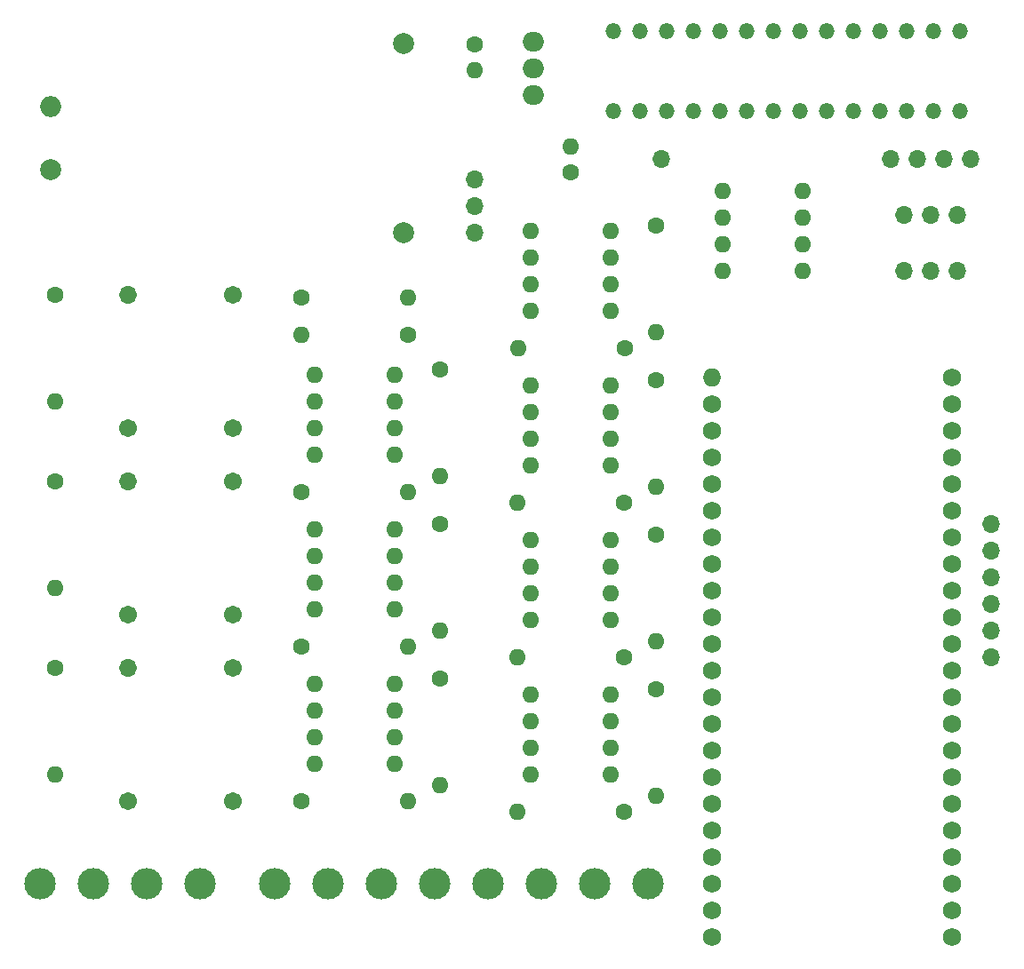
<source format=gbr>
%TF.GenerationSoftware,KiCad,Pcbnew,7.0.10*%
%TF.CreationDate,2024-06-03T10:49:27-03:00*%
%TF.ProjectId,board,626f6172-642e-46b6-9963-61645f706362,1.4*%
%TF.SameCoordinates,Original*%
%TF.FileFunction,Soldermask,Bot*%
%TF.FilePolarity,Negative*%
%FSLAX46Y46*%
G04 Gerber Fmt 4.6, Leading zero omitted, Abs format (unit mm)*
G04 Created by KiCad (PCBNEW 7.0.10) date 2024-06-03 10:49:27*
%MOMM*%
%LPD*%
G01*
G04 APERTURE LIST*
%ADD10O,1.600000X1.600000*%
%ADD11O,1.500000X1.500000*%
%ADD12C,1.600000*%
%ADD13O,2.000000X2.000000*%
%ADD14C,2.000000*%
%ADD15O,1.734000X1.734000*%
%ADD16C,1.734000*%
%ADD17O,1.712000X1.712000*%
%ADD18C,1.712000*%
%ADD19O,3.000000X3.000000*%
%ADD20C,3.000000*%
%ADD21O,1.700000X1.700000*%
%ADD22O,2.000000X1.905000*%
G04 APERTURE END LIST*
D10*
%TO.C,AMP3*%
X128280000Y-106944000D03*
X128280000Y-109484000D03*
X128280000Y-112024000D03*
X128280000Y-114564000D03*
X135900000Y-114564000D03*
X135900000Y-112024000D03*
X135900000Y-109484000D03*
X135900000Y-106944000D03*
%TD*%
D11*
%TO.C,DZ14*%
X189738000Y-52324000D03*
X189738000Y-44704000D03*
%TD*%
D12*
%TO.C,R9*%
X157780000Y-74920000D03*
D10*
X147620000Y-74920000D03*
%TD*%
%TO.C,AMP8*%
X167132000Y-59944000D03*
X167132000Y-62484000D03*
X167132000Y-65024000D03*
X167132000Y-67564000D03*
X174752000Y-67564000D03*
X174752000Y-65024000D03*
X174752000Y-62484000D03*
X174752000Y-59944000D03*
%TD*%
D11*
%TO.C,DZ2*%
X159258000Y-52324000D03*
X159258000Y-44704000D03*
%TD*%
D12*
%TO.C,R7*%
X126995000Y-103373000D03*
D10*
X137155000Y-103373000D03*
%TD*%
D13*
%TO.C,PS1*%
X103124000Y-51912000D03*
D14*
X103124000Y-57912000D03*
X136724000Y-45912000D03*
X136724000Y-63912000D03*
%TD*%
D12*
%TO.C,R16*%
X160772000Y-63236000D03*
D10*
X160772000Y-73396000D03*
%TD*%
D15*
%TO.C,MCU1*%
X166136800Y-77694000D03*
D16*
X166136800Y-80234000D03*
X166136800Y-82774000D03*
X166136800Y-85314000D03*
X166136800Y-87854000D03*
X166136800Y-90394000D03*
X166136800Y-92934000D03*
X166136800Y-95474000D03*
X166136800Y-98014000D03*
X166136800Y-100554000D03*
X166136800Y-103094000D03*
X166136800Y-105634000D03*
X166136800Y-108174000D03*
X166136800Y-110714000D03*
X166136800Y-113254000D03*
X166136800Y-115794000D03*
X166136800Y-118334000D03*
X166136800Y-120874000D03*
X166136800Y-123414000D03*
X166136800Y-125954000D03*
X166136800Y-128494000D03*
X166136800Y-131034000D03*
X188996800Y-77694000D03*
X188996800Y-80234000D03*
X188996800Y-82774000D03*
X188996800Y-85314000D03*
X188996800Y-87854000D03*
X188996800Y-90394000D03*
X188996800Y-92934000D03*
X188996800Y-95474000D03*
X188996800Y-98014000D03*
X188996800Y-100554000D03*
X188996800Y-103094000D03*
X188996800Y-105634000D03*
X188996800Y-108174000D03*
X188996800Y-110714000D03*
X188996800Y-113254000D03*
X188996800Y-115794000D03*
X188996800Y-118334000D03*
X188996800Y-120874000D03*
X188996800Y-123414000D03*
X188996800Y-125954000D03*
X188996800Y-128494000D03*
X188996800Y-131034000D03*
%TD*%
D10*
%TO.C,AMP6*%
X148834000Y-93208000D03*
X148834000Y-95748000D03*
X148834000Y-98288000D03*
X148834000Y-100828000D03*
X156454000Y-100828000D03*
X156454000Y-98288000D03*
X156454000Y-95748000D03*
X156454000Y-93208000D03*
%TD*%
D11*
%TO.C,DZ13*%
X187198000Y-44704000D03*
X187198000Y-52324000D03*
%TD*%
D10*
%TO.C,AMP4*%
X148844000Y-63754000D03*
X148844000Y-66294000D03*
X148844000Y-68834000D03*
X148844000Y-71374000D03*
X156464000Y-71374000D03*
X156464000Y-68834000D03*
X156464000Y-66294000D03*
X156464000Y-63754000D03*
%TD*%
D12*
%TO.C,R17*%
X160772000Y-77968000D03*
D10*
X160772000Y-88128000D03*
%TD*%
D11*
%TO.C,DZ6*%
X169418000Y-52329000D03*
X169418000Y-44709000D03*
%TD*%
%TO.C,DZ5*%
X166878000Y-44704000D03*
X166878000Y-52324000D03*
%TD*%
D17*
%TO.C,TP1*%
X110490000Y-69850000D03*
D18*
X110490000Y-82550000D03*
X120490000Y-82550000D03*
X120490000Y-69850000D03*
%TD*%
D19*
%TO.C,J6*%
X154960800Y-125954000D03*
D20*
X160040800Y-125954000D03*
%TD*%
D21*
%TO.C,P1*%
X189484000Y-67564000D03*
X186944000Y-67564000D03*
X184404000Y-67564000D03*
%TD*%
D12*
%TO.C,R2*%
X137160000Y-73660000D03*
D10*
X127000000Y-73660000D03*
%TD*%
D12*
%TO.C,R18*%
X160772000Y-92700000D03*
D10*
X160772000Y-102860000D03*
%TD*%
D12*
%TO.C,R11*%
X157724000Y-104384000D03*
D10*
X147564000Y-104384000D03*
%TD*%
D11*
%TO.C,DZ11*%
X182118000Y-44704000D03*
X182118000Y-52324000D03*
%TD*%
D21*
%TO.C,SW1*%
X143510000Y-58832000D03*
X143510000Y-61372000D03*
X143510000Y-63912000D03*
%TD*%
D12*
%TO.C,R6*%
X127000000Y-88646000D03*
D10*
X137160000Y-88646000D03*
%TD*%
D11*
%TO.C,DZ3*%
X161798000Y-44694000D03*
X161798000Y-52314000D03*
%TD*%
D12*
%TO.C,R10*%
X157714000Y-89642000D03*
D10*
X147554000Y-89642000D03*
%TD*%
D17*
%TO.C,TP2*%
X110490000Y-87630000D03*
D18*
X110490000Y-100330000D03*
X120490000Y-100330000D03*
X120490000Y-87630000D03*
%TD*%
D12*
%TO.C,R3*%
X103505000Y-69850000D03*
D10*
X103505000Y-80010000D03*
%TD*%
D12*
%TO.C,R12*%
X157754800Y-119096000D03*
D10*
X147594800Y-119096000D03*
%TD*%
D11*
%TO.C,DZ12*%
X184658000Y-52329000D03*
X184658000Y-44709000D03*
%TD*%
D10*
%TO.C,C2*%
X152654000Y-55690888D03*
D12*
X152654000Y-58190888D03*
%TD*%
D19*
%TO.C,J3*%
X124480800Y-125954000D03*
D20*
X129560800Y-125954000D03*
%TD*%
D19*
%TO.C,J1*%
X102108000Y-125984000D03*
D20*
X107188000Y-125984000D03*
%TD*%
D12*
%TO.C,R19*%
X160772000Y-107432000D03*
D10*
X160772000Y-117592000D03*
%TD*%
D21*
%TO.C,P4*%
X189484707Y-62230707D03*
X186944707Y-62230707D03*
X184404707Y-62230707D03*
%TD*%
D12*
%TO.C,R15*%
X140208000Y-106426000D03*
D10*
X140208000Y-116586000D03*
%TD*%
D11*
%TO.C,DZ9*%
X177038000Y-44699000D03*
X177038000Y-52319000D03*
%TD*%
%TO.C,DZ7*%
X171958000Y-44699000D03*
X171958000Y-52319000D03*
%TD*%
D19*
%TO.C,J5*%
X144800800Y-125954000D03*
D20*
X149880800Y-125954000D03*
%TD*%
D21*
%TO.C,P5*%
X192659000Y-91694000D03*
X192659000Y-94234000D03*
X192659000Y-96774000D03*
X192659000Y-99314000D03*
X192659000Y-101854000D03*
X192659000Y-104394000D03*
%TD*%
D11*
%TO.C,DZ4*%
X164338000Y-52324000D03*
X164338000Y-44704000D03*
%TD*%
D21*
%TO.C,P3*%
X190755000Y-56896000D03*
X188215000Y-56896000D03*
X185675000Y-56896000D03*
X183135000Y-56896000D03*
%TD*%
D12*
%TO.C,R13*%
X140208000Y-76962000D03*
D10*
X140208000Y-87122000D03*
%TD*%
D17*
%TO.C,TP3*%
X110490000Y-105410000D03*
D18*
X110490000Y-118110000D03*
X120490000Y-118110000D03*
X120490000Y-105410000D03*
%TD*%
D11*
%TO.C,DZ1*%
X156718000Y-44699000D03*
X156718000Y-52319000D03*
%TD*%
D10*
%TO.C,C1*%
X143510000Y-48427000D03*
D12*
X143510000Y-45927000D03*
%TD*%
%TO.C,R8*%
X127000000Y-118110000D03*
D10*
X137160000Y-118110000D03*
%TD*%
D19*
%TO.C,J2*%
X112268000Y-125984000D03*
D20*
X117348000Y-125984000D03*
%TD*%
D21*
%TO.C,P2*%
X161290000Y-56896000D03*
%TD*%
D22*
%TO.C,PS2*%
X149098000Y-45720000D03*
X149098000Y-48260000D03*
X149098000Y-50800000D03*
%TD*%
D12*
%TO.C,R14*%
X140203000Y-91689000D03*
D10*
X140203000Y-101849000D03*
%TD*%
D11*
%TO.C,DZ8*%
X174498000Y-52324000D03*
X174498000Y-44704000D03*
%TD*%
%TO.C,DZ10*%
X179578000Y-52324000D03*
X179578000Y-44704000D03*
%TD*%
D12*
%TO.C,R4*%
X103505000Y-87630000D03*
D10*
X103505000Y-97790000D03*
%TD*%
D12*
%TO.C,R5*%
X103505000Y-105410000D03*
D10*
X103505000Y-115570000D03*
%TD*%
%TO.C,AMP7*%
X148824000Y-107930000D03*
X148824000Y-110470000D03*
X148824000Y-113010000D03*
X148824000Y-115550000D03*
X156444000Y-115550000D03*
X156444000Y-113010000D03*
X156444000Y-110470000D03*
X156444000Y-107930000D03*
%TD*%
%TO.C,AMP5*%
X148834000Y-78476000D03*
X148834000Y-81016000D03*
X148834000Y-83556000D03*
X148834000Y-86096000D03*
X156454000Y-86096000D03*
X156454000Y-83556000D03*
X156454000Y-81016000D03*
X156454000Y-78476000D03*
%TD*%
D12*
%TO.C,R1*%
X127000000Y-70104000D03*
D10*
X137160000Y-70104000D03*
%TD*%
D19*
%TO.C,J4*%
X134640800Y-125954000D03*
D20*
X139720800Y-125954000D03*
%TD*%
D10*
%TO.C,AMP2*%
X128275000Y-92207000D03*
X128275000Y-94747000D03*
X128275000Y-97287000D03*
X128275000Y-99827000D03*
X135895000Y-99827000D03*
X135895000Y-97287000D03*
X135895000Y-94747000D03*
X135895000Y-92207000D03*
%TD*%
%TO.C,AMP1*%
X128270000Y-77470000D03*
X128270000Y-80010000D03*
X128270000Y-82550000D03*
X128270000Y-85090000D03*
X135890000Y-85090000D03*
X135890000Y-82550000D03*
X135890000Y-80010000D03*
X135890000Y-77470000D03*
%TD*%
M02*

</source>
